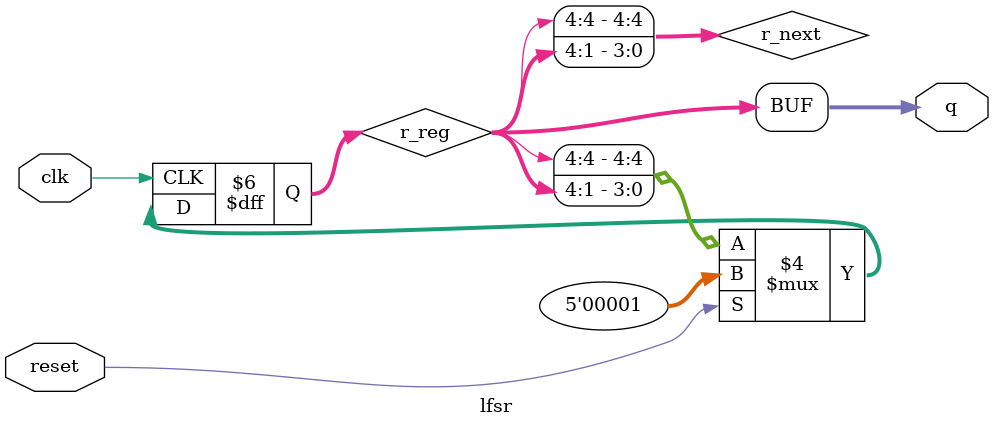
<source format=v>
module lfsr( 
    input clk,
    input reset,
    output [4:0] q
); 
reg [4:0] r_reg;
wire [4:0] r_next;
wire feedback_value;
// on reset set the value of r_reg to 1
// otherwise assign r_next to r_reg
// assign the xor of bit positions 2 and 4 of r_reg to feedback_value
// assign feedback concatenated with 4 most significant bits of r_reg to r_next
// assign r_reg to the output q
assign q = r_reg;
assign feedback_value = r_reg[2] ^ r_reg[4];
always @(posedge clk)
begin
	if (reset)
	begin
	r_reg <= 5'b00001;
	end
	else
	begin
	r_reg <= r_next;
	end
end 
// generate input to feedback logic
assign r_next = {r_reg[4], r_reg[4], feedback_value, r_reg[4], r_reg[4:1]};
endmodule

</source>
